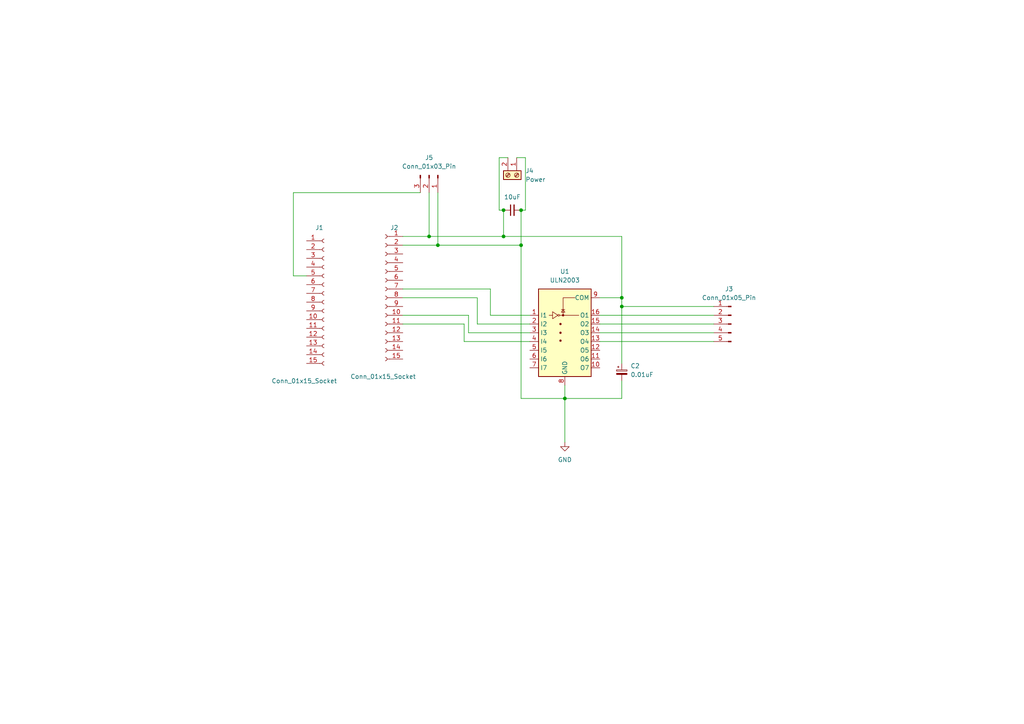
<source format=kicad_sch>
(kicad_sch (version 20230121) (generator eeschema)

  (uuid d1640ddd-65f7-4a8e-ac5c-51b8c0513239)

  (paper "A4")

  (lib_symbols
    (symbol "Connector:Conn_01x03_Pin" (pin_names (offset 1.016) hide) (in_bom yes) (on_board yes)
      (property "Reference" "J" (at 0 5.08 0)
        (effects (font (size 1.27 1.27)))
      )
      (property "Value" "Conn_01x03_Pin" (at 0 -5.08 0)
        (effects (font (size 1.27 1.27)))
      )
      (property "Footprint" "" (at 0 0 0)
        (effects (font (size 1.27 1.27)) hide)
      )
      (property "Datasheet" "~" (at 0 0 0)
        (effects (font (size 1.27 1.27)) hide)
      )
      (property "ki_locked" "" (at 0 0 0)
        (effects (font (size 1.27 1.27)))
      )
      (property "ki_keywords" "connector" (at 0 0 0)
        (effects (font (size 1.27 1.27)) hide)
      )
      (property "ki_description" "Generic connector, single row, 01x03, script generated" (at 0 0 0)
        (effects (font (size 1.27 1.27)) hide)
      )
      (property "ki_fp_filters" "Connector*:*_1x??_*" (at 0 0 0)
        (effects (font (size 1.27 1.27)) hide)
      )
      (symbol "Conn_01x03_Pin_1_1"
        (polyline
          (pts
            (xy 1.27 -2.54)
            (xy 0.8636 -2.54)
          )
          (stroke (width 0.1524) (type default))
          (fill (type none))
        )
        (polyline
          (pts
            (xy 1.27 0)
            (xy 0.8636 0)
          )
          (stroke (width 0.1524) (type default))
          (fill (type none))
        )
        (polyline
          (pts
            (xy 1.27 2.54)
            (xy 0.8636 2.54)
          )
          (stroke (width 0.1524) (type default))
          (fill (type none))
        )
        (rectangle (start 0.8636 -2.413) (end 0 -2.667)
          (stroke (width 0.1524) (type default))
          (fill (type outline))
        )
        (rectangle (start 0.8636 0.127) (end 0 -0.127)
          (stroke (width 0.1524) (type default))
          (fill (type outline))
        )
        (rectangle (start 0.8636 2.667) (end 0 2.413)
          (stroke (width 0.1524) (type default))
          (fill (type outline))
        )
        (pin passive line (at 5.08 2.54 180) (length 3.81)
          (name "Pin_1" (effects (font (size 1.27 1.27))))
          (number "1" (effects (font (size 1.27 1.27))))
        )
        (pin passive line (at 5.08 0 180) (length 3.81)
          (name "Pin_2" (effects (font (size 1.27 1.27))))
          (number "2" (effects (font (size 1.27 1.27))))
        )
        (pin passive line (at 5.08 -2.54 180) (length 3.81)
          (name "Pin_3" (effects (font (size 1.27 1.27))))
          (number "3" (effects (font (size 1.27 1.27))))
        )
      )
    )
    (symbol "Connector:Conn_01x05_Pin" (pin_names (offset 1.016) hide) (in_bom yes) (on_board yes)
      (property "Reference" "J" (at 0 7.62 0)
        (effects (font (size 1.27 1.27)))
      )
      (property "Value" "Conn_01x05_Pin" (at 0 -7.62 0)
        (effects (font (size 1.27 1.27)))
      )
      (property "Footprint" "" (at 0 0 0)
        (effects (font (size 1.27 1.27)) hide)
      )
      (property "Datasheet" "~" (at 0 0 0)
        (effects (font (size 1.27 1.27)) hide)
      )
      (property "ki_locked" "" (at 0 0 0)
        (effects (font (size 1.27 1.27)))
      )
      (property "ki_keywords" "connector" (at 0 0 0)
        (effects (font (size 1.27 1.27)) hide)
      )
      (property "ki_description" "Generic connector, single row, 01x05, script generated" (at 0 0 0)
        (effects (font (size 1.27 1.27)) hide)
      )
      (property "ki_fp_filters" "Connector*:*_1x??_*" (at 0 0 0)
        (effects (font (size 1.27 1.27)) hide)
      )
      (symbol "Conn_01x05_Pin_1_1"
        (polyline
          (pts
            (xy 1.27 -5.08)
            (xy 0.8636 -5.08)
          )
          (stroke (width 0.1524) (type default))
          (fill (type none))
        )
        (polyline
          (pts
            (xy 1.27 -2.54)
            (xy 0.8636 -2.54)
          )
          (stroke (width 0.1524) (type default))
          (fill (type none))
        )
        (polyline
          (pts
            (xy 1.27 0)
            (xy 0.8636 0)
          )
          (stroke (width 0.1524) (type default))
          (fill (type none))
        )
        (polyline
          (pts
            (xy 1.27 2.54)
            (xy 0.8636 2.54)
          )
          (stroke (width 0.1524) (type default))
          (fill (type none))
        )
        (polyline
          (pts
            (xy 1.27 5.08)
            (xy 0.8636 5.08)
          )
          (stroke (width 0.1524) (type default))
          (fill (type none))
        )
        (rectangle (start 0.8636 -4.953) (end 0 -5.207)
          (stroke (width 0.1524) (type default))
          (fill (type outline))
        )
        (rectangle (start 0.8636 -2.413) (end 0 -2.667)
          (stroke (width 0.1524) (type default))
          (fill (type outline))
        )
        (rectangle (start 0.8636 0.127) (end 0 -0.127)
          (stroke (width 0.1524) (type default))
          (fill (type outline))
        )
        (rectangle (start 0.8636 2.667) (end 0 2.413)
          (stroke (width 0.1524) (type default))
          (fill (type outline))
        )
        (rectangle (start 0.8636 5.207) (end 0 4.953)
          (stroke (width 0.1524) (type default))
          (fill (type outline))
        )
        (pin passive line (at 5.08 5.08 180) (length 3.81)
          (name "Pin_1" (effects (font (size 1.27 1.27))))
          (number "1" (effects (font (size 1.27 1.27))))
        )
        (pin passive line (at 5.08 2.54 180) (length 3.81)
          (name "Pin_2" (effects (font (size 1.27 1.27))))
          (number "2" (effects (font (size 1.27 1.27))))
        )
        (pin passive line (at 5.08 0 180) (length 3.81)
          (name "Pin_3" (effects (font (size 1.27 1.27))))
          (number "3" (effects (font (size 1.27 1.27))))
        )
        (pin passive line (at 5.08 -2.54 180) (length 3.81)
          (name "Pin_4" (effects (font (size 1.27 1.27))))
          (number "4" (effects (font (size 1.27 1.27))))
        )
        (pin passive line (at 5.08 -5.08 180) (length 3.81)
          (name "Pin_5" (effects (font (size 1.27 1.27))))
          (number "5" (effects (font (size 1.27 1.27))))
        )
      )
    )
    (symbol "Connector:Conn_01x15_Socket" (pin_names (offset 1.016) hide) (in_bom yes) (on_board yes)
      (property "Reference" "J" (at 0 20.32 0)
        (effects (font (size 1.27 1.27)))
      )
      (property "Value" "Conn_01x15_Socket" (at 0 -20.32 0)
        (effects (font (size 1.27 1.27)))
      )
      (property "Footprint" "" (at 0 0 0)
        (effects (font (size 1.27 1.27)) hide)
      )
      (property "Datasheet" "~" (at 0 0 0)
        (effects (font (size 1.27 1.27)) hide)
      )
      (property "ki_locked" "" (at 0 0 0)
        (effects (font (size 1.27 1.27)))
      )
      (property "ki_keywords" "connector" (at 0 0 0)
        (effects (font (size 1.27 1.27)) hide)
      )
      (property "ki_description" "Generic connector, single row, 01x15, script generated" (at 0 0 0)
        (effects (font (size 1.27 1.27)) hide)
      )
      (property "ki_fp_filters" "Connector*:*_1x??_*" (at 0 0 0)
        (effects (font (size 1.27 1.27)) hide)
      )
      (symbol "Conn_01x15_Socket_1_1"
        (arc (start 0 -17.272) (mid -0.5058 -17.78) (end 0 -18.288)
          (stroke (width 0.1524) (type default))
          (fill (type none))
        )
        (arc (start 0 -14.732) (mid -0.5058 -15.24) (end 0 -15.748)
          (stroke (width 0.1524) (type default))
          (fill (type none))
        )
        (arc (start 0 -12.192) (mid -0.5058 -12.7) (end 0 -13.208)
          (stroke (width 0.1524) (type default))
          (fill (type none))
        )
        (arc (start 0 -9.652) (mid -0.5058 -10.16) (end 0 -10.668)
          (stroke (width 0.1524) (type default))
          (fill (type none))
        )
        (arc (start 0 -7.112) (mid -0.5058 -7.62) (end 0 -8.128)
          (stroke (width 0.1524) (type default))
          (fill (type none))
        )
        (arc (start 0 -4.572) (mid -0.5058 -5.08) (end 0 -5.588)
          (stroke (width 0.1524) (type default))
          (fill (type none))
        )
        (arc (start 0 -2.032) (mid -0.5058 -2.54) (end 0 -3.048)
          (stroke (width 0.1524) (type default))
          (fill (type none))
        )
        (polyline
          (pts
            (xy -1.27 -17.78)
            (xy -0.508 -17.78)
          )
          (stroke (width 0.1524) (type default))
          (fill (type none))
        )
        (polyline
          (pts
            (xy -1.27 -15.24)
            (xy -0.508 -15.24)
          )
          (stroke (width 0.1524) (type default))
          (fill (type none))
        )
        (polyline
          (pts
            (xy -1.27 -12.7)
            (xy -0.508 -12.7)
          )
          (stroke (width 0.1524) (type default))
          (fill (type none))
        )
        (polyline
          (pts
            (xy -1.27 -10.16)
            (xy -0.508 -10.16)
          )
          (stroke (width 0.1524) (type default))
          (fill (type none))
        )
        (polyline
          (pts
            (xy -1.27 -7.62)
            (xy -0.508 -7.62)
          )
          (stroke (width 0.1524) (type default))
          (fill (type none))
        )
        (polyline
          (pts
            (xy -1.27 -5.08)
            (xy -0.508 -5.08)
          )
          (stroke (width 0.1524) (type default))
          (fill (type none))
        )
        (polyline
          (pts
            (xy -1.27 -2.54)
            (xy -0.508 -2.54)
          )
          (stroke (width 0.1524) (type default))
          (fill (type none))
        )
        (polyline
          (pts
            (xy -1.27 0)
            (xy -0.508 0)
          )
          (stroke (width 0.1524) (type default))
          (fill (type none))
        )
        (polyline
          (pts
            (xy -1.27 2.54)
            (xy -0.508 2.54)
          )
          (stroke (width 0.1524) (type default))
          (fill (type none))
        )
        (polyline
          (pts
            (xy -1.27 5.08)
            (xy -0.508 5.08)
          )
          (stroke (width 0.1524) (type default))
          (fill (type none))
        )
        (polyline
          (pts
            (xy -1.27 7.62)
            (xy -0.508 7.62)
          )
          (stroke (width 0.1524) (type default))
          (fill (type none))
        )
        (polyline
          (pts
            (xy -1.27 10.16)
            (xy -0.508 10.16)
          )
          (stroke (width 0.1524) (type default))
          (fill (type none))
        )
        (polyline
          (pts
            (xy -1.27 12.7)
            (xy -0.508 12.7)
          )
          (stroke (width 0.1524) (type default))
          (fill (type none))
        )
        (polyline
          (pts
            (xy -1.27 15.24)
            (xy -0.508 15.24)
          )
          (stroke (width 0.1524) (type default))
          (fill (type none))
        )
        (polyline
          (pts
            (xy -1.27 17.78)
            (xy -0.508 17.78)
          )
          (stroke (width 0.1524) (type default))
          (fill (type none))
        )
        (arc (start 0 0.508) (mid -0.5058 0) (end 0 -0.508)
          (stroke (width 0.1524) (type default))
          (fill (type none))
        )
        (arc (start 0 3.048) (mid -0.5058 2.54) (end 0 2.032)
          (stroke (width 0.1524) (type default))
          (fill (type none))
        )
        (arc (start 0 5.588) (mid -0.5058 5.08) (end 0 4.572)
          (stroke (width 0.1524) (type default))
          (fill (type none))
        )
        (arc (start 0 8.128) (mid -0.5058 7.62) (end 0 7.112)
          (stroke (width 0.1524) (type default))
          (fill (type none))
        )
        (arc (start 0 10.668) (mid -0.5058 10.16) (end 0 9.652)
          (stroke (width 0.1524) (type default))
          (fill (type none))
        )
        (arc (start 0 13.208) (mid -0.5058 12.7) (end 0 12.192)
          (stroke (width 0.1524) (type default))
          (fill (type none))
        )
        (arc (start 0 15.748) (mid -0.5058 15.24) (end 0 14.732)
          (stroke (width 0.1524) (type default))
          (fill (type none))
        )
        (arc (start 0 18.288) (mid -0.5058 17.78) (end 0 17.272)
          (stroke (width 0.1524) (type default))
          (fill (type none))
        )
        (pin passive line (at -5.08 17.78 0) (length 3.81)
          (name "Pin_1" (effects (font (size 1.27 1.27))))
          (number "1" (effects (font (size 1.27 1.27))))
        )
        (pin passive line (at -5.08 -5.08 0) (length 3.81)
          (name "Pin_10" (effects (font (size 1.27 1.27))))
          (number "10" (effects (font (size 1.27 1.27))))
        )
        (pin passive line (at -5.08 -7.62 0) (length 3.81)
          (name "Pin_11" (effects (font (size 1.27 1.27))))
          (number "11" (effects (font (size 1.27 1.27))))
        )
        (pin passive line (at -5.08 -10.16 0) (length 3.81)
          (name "Pin_12" (effects (font (size 1.27 1.27))))
          (number "12" (effects (font (size 1.27 1.27))))
        )
        (pin passive line (at -5.08 -12.7 0) (length 3.81)
          (name "Pin_13" (effects (font (size 1.27 1.27))))
          (number "13" (effects (font (size 1.27 1.27))))
        )
        (pin passive line (at -5.08 -15.24 0) (length 3.81)
          (name "Pin_14" (effects (font (size 1.27 1.27))))
          (number "14" (effects (font (size 1.27 1.27))))
        )
        (pin passive line (at -5.08 -17.78 0) (length 3.81)
          (name "Pin_15" (effects (font (size 1.27 1.27))))
          (number "15" (effects (font (size 1.27 1.27))))
        )
        (pin passive line (at -5.08 15.24 0) (length 3.81)
          (name "Pin_2" (effects (font (size 1.27 1.27))))
          (number "2" (effects (font (size 1.27 1.27))))
        )
        (pin passive line (at -5.08 12.7 0) (length 3.81)
          (name "Pin_3" (effects (font (size 1.27 1.27))))
          (number "3" (effects (font (size 1.27 1.27))))
        )
        (pin passive line (at -5.08 10.16 0) (length 3.81)
          (name "Pin_4" (effects (font (size 1.27 1.27))))
          (number "4" (effects (font (size 1.27 1.27))))
        )
        (pin passive line (at -5.08 7.62 0) (length 3.81)
          (name "Pin_5" (effects (font (size 1.27 1.27))))
          (number "5" (effects (font (size 1.27 1.27))))
        )
        (pin passive line (at -5.08 5.08 0) (length 3.81)
          (name "Pin_6" (effects (font (size 1.27 1.27))))
          (number "6" (effects (font (size 1.27 1.27))))
        )
        (pin passive line (at -5.08 2.54 0) (length 3.81)
          (name "Pin_7" (effects (font (size 1.27 1.27))))
          (number "7" (effects (font (size 1.27 1.27))))
        )
        (pin passive line (at -5.08 0 0) (length 3.81)
          (name "Pin_8" (effects (font (size 1.27 1.27))))
          (number "8" (effects (font (size 1.27 1.27))))
        )
        (pin passive line (at -5.08 -2.54 0) (length 3.81)
          (name "Pin_9" (effects (font (size 1.27 1.27))))
          (number "9" (effects (font (size 1.27 1.27))))
        )
      )
    )
    (symbol "Connector:Screw_Terminal_01x02" (pin_names (offset 1.016) hide) (in_bom yes) (on_board yes)
      (property "Reference" "J" (at 0 2.54 0)
        (effects (font (size 1.27 1.27)))
      )
      (property "Value" "Screw_Terminal_01x02" (at 0 -5.08 0)
        (effects (font (size 1.27 1.27)))
      )
      (property "Footprint" "" (at 0 0 0)
        (effects (font (size 1.27 1.27)) hide)
      )
      (property "Datasheet" "~" (at 0 0 0)
        (effects (font (size 1.27 1.27)) hide)
      )
      (property "ki_keywords" "screw terminal" (at 0 0 0)
        (effects (font (size 1.27 1.27)) hide)
      )
      (property "ki_description" "Generic screw terminal, single row, 01x02, script generated (kicad-library-utils/schlib/autogen/connector/)" (at 0 0 0)
        (effects (font (size 1.27 1.27)) hide)
      )
      (property "ki_fp_filters" "TerminalBlock*:*" (at 0 0 0)
        (effects (font (size 1.27 1.27)) hide)
      )
      (symbol "Screw_Terminal_01x02_1_1"
        (rectangle (start -1.27 1.27) (end 1.27 -3.81)
          (stroke (width 0.254) (type default))
          (fill (type background))
        )
        (circle (center 0 -2.54) (radius 0.635)
          (stroke (width 0.1524) (type default))
          (fill (type none))
        )
        (polyline
          (pts
            (xy -0.5334 -2.2098)
            (xy 0.3302 -3.048)
          )
          (stroke (width 0.1524) (type default))
          (fill (type none))
        )
        (polyline
          (pts
            (xy -0.5334 0.3302)
            (xy 0.3302 -0.508)
          )
          (stroke (width 0.1524) (type default))
          (fill (type none))
        )
        (polyline
          (pts
            (xy -0.3556 -2.032)
            (xy 0.508 -2.8702)
          )
          (stroke (width 0.1524) (type default))
          (fill (type none))
        )
        (polyline
          (pts
            (xy -0.3556 0.508)
            (xy 0.508 -0.3302)
          )
          (stroke (width 0.1524) (type default))
          (fill (type none))
        )
        (circle (center 0 0) (radius 0.635)
          (stroke (width 0.1524) (type default))
          (fill (type none))
        )
        (pin passive line (at -5.08 0 0) (length 3.81)
          (name "Pin_1" (effects (font (size 1.27 1.27))))
          (number "1" (effects (font (size 1.27 1.27))))
        )
        (pin passive line (at -5.08 -2.54 0) (length 3.81)
          (name "Pin_2" (effects (font (size 1.27 1.27))))
          (number "2" (effects (font (size 1.27 1.27))))
        )
      )
    )
    (symbol "Device:C_Polarized_Small" (pin_numbers hide) (pin_names (offset 0.254) hide) (in_bom yes) (on_board yes)
      (property "Reference" "C" (at 0.254 1.778 0)
        (effects (font (size 1.27 1.27)) (justify left))
      )
      (property "Value" "C_Polarized_Small" (at 0.254 -2.032 0)
        (effects (font (size 1.27 1.27)) (justify left))
      )
      (property "Footprint" "" (at 0 0 0)
        (effects (font (size 1.27 1.27)) hide)
      )
      (property "Datasheet" "~" (at 0 0 0)
        (effects (font (size 1.27 1.27)) hide)
      )
      (property "ki_keywords" "cap capacitor" (at 0 0 0)
        (effects (font (size 1.27 1.27)) hide)
      )
      (property "ki_description" "Polarized capacitor, small symbol" (at 0 0 0)
        (effects (font (size 1.27 1.27)) hide)
      )
      (property "ki_fp_filters" "CP_*" (at 0 0 0)
        (effects (font (size 1.27 1.27)) hide)
      )
      (symbol "C_Polarized_Small_0_1"
        (rectangle (start -1.524 -0.3048) (end 1.524 -0.6858)
          (stroke (width 0) (type default))
          (fill (type outline))
        )
        (rectangle (start -1.524 0.6858) (end 1.524 0.3048)
          (stroke (width 0) (type default))
          (fill (type none))
        )
        (polyline
          (pts
            (xy -1.27 1.524)
            (xy -0.762 1.524)
          )
          (stroke (width 0) (type default))
          (fill (type none))
        )
        (polyline
          (pts
            (xy -1.016 1.27)
            (xy -1.016 1.778)
          )
          (stroke (width 0) (type default))
          (fill (type none))
        )
      )
      (symbol "C_Polarized_Small_1_1"
        (pin passive line (at 0 2.54 270) (length 1.8542)
          (name "~" (effects (font (size 1.27 1.27))))
          (number "1" (effects (font (size 1.27 1.27))))
        )
        (pin passive line (at 0 -2.54 90) (length 1.8542)
          (name "~" (effects (font (size 1.27 1.27))))
          (number "2" (effects (font (size 1.27 1.27))))
        )
      )
    )
    (symbol "Device:C_Small" (pin_numbers hide) (pin_names (offset 0.254) hide) (in_bom yes) (on_board yes)
      (property "Reference" "C" (at 0.254 1.778 0)
        (effects (font (size 1.27 1.27)) (justify left))
      )
      (property "Value" "C_Small" (at 0.254 -2.032 0)
        (effects (font (size 1.27 1.27)) (justify left))
      )
      (property "Footprint" "" (at 0 0 0)
        (effects (font (size 1.27 1.27)) hide)
      )
      (property "Datasheet" "~" (at 0 0 0)
        (effects (font (size 1.27 1.27)) hide)
      )
      (property "ki_keywords" "capacitor cap" (at 0 0 0)
        (effects (font (size 1.27 1.27)) hide)
      )
      (property "ki_description" "Unpolarized capacitor, small symbol" (at 0 0 0)
        (effects (font (size 1.27 1.27)) hide)
      )
      (property "ki_fp_filters" "C_*" (at 0 0 0)
        (effects (font (size 1.27 1.27)) hide)
      )
      (symbol "C_Small_0_1"
        (polyline
          (pts
            (xy -1.524 -0.508)
            (xy 1.524 -0.508)
          )
          (stroke (width 0.3302) (type default))
          (fill (type none))
        )
        (polyline
          (pts
            (xy -1.524 0.508)
            (xy 1.524 0.508)
          )
          (stroke (width 0.3048) (type default))
          (fill (type none))
        )
      )
      (symbol "C_Small_1_1"
        (pin passive line (at 0 2.54 270) (length 2.032)
          (name "~" (effects (font (size 1.27 1.27))))
          (number "1" (effects (font (size 1.27 1.27))))
        )
        (pin passive line (at 0 -2.54 90) (length 2.032)
          (name "~" (effects (font (size 1.27 1.27))))
          (number "2" (effects (font (size 1.27 1.27))))
        )
      )
    )
    (symbol "Transistor_Array:ULN2003" (in_bom yes) (on_board yes)
      (property "Reference" "U" (at 0 15.875 0)
        (effects (font (size 1.27 1.27)))
      )
      (property "Value" "ULN2003" (at 0 13.97 0)
        (effects (font (size 1.27 1.27)))
      )
      (property "Footprint" "" (at 1.27 -13.97 0)
        (effects (font (size 1.27 1.27)) (justify left) hide)
      )
      (property "Datasheet" "http://www.ti.com/lit/ds/symlink/uln2003a.pdf" (at 2.54 -5.08 0)
        (effects (font (size 1.27 1.27)) hide)
      )
      (property "ki_keywords" "darlington transistor array" (at 0 0 0)
        (effects (font (size 1.27 1.27)) hide)
      )
      (property "ki_description" "High Voltage, High Current Darlington Transistor Arrays, SOIC16/SOIC16W/DIP16/TSSOP16" (at 0 0 0)
        (effects (font (size 1.27 1.27)) hide)
      )
      (property "ki_fp_filters" "DIP*W7.62mm* SOIC*3.9x9.9mm*P1.27mm* SSOP*4.4x5.2mm*P0.65mm* TSSOP*4.4x5mm*P0.65mm* SOIC*W*5.3x10.2mm*P1.27mm*" (at 0 0 0)
        (effects (font (size 1.27 1.27)) hide)
      )
      (symbol "ULN2003_0_1"
        (rectangle (start -7.62 -12.7) (end 7.62 12.7)
          (stroke (width 0.254) (type default))
          (fill (type background))
        )
        (circle (center -1.778 5.08) (radius 0.254)
          (stroke (width 0) (type default))
          (fill (type none))
        )
        (circle (center -1.27 -2.286) (radius 0.254)
          (stroke (width 0) (type default))
          (fill (type outline))
        )
        (circle (center -1.27 0) (radius 0.254)
          (stroke (width 0) (type default))
          (fill (type outline))
        )
        (circle (center -1.27 2.54) (radius 0.254)
          (stroke (width 0) (type default))
          (fill (type outline))
        )
        (circle (center -0.508 5.08) (radius 0.254)
          (stroke (width 0) (type default))
          (fill (type outline))
        )
        (polyline
          (pts
            (xy -4.572 5.08)
            (xy -3.556 5.08)
          )
          (stroke (width 0) (type default))
          (fill (type none))
        )
        (polyline
          (pts
            (xy -1.524 5.08)
            (xy 4.064 5.08)
          )
          (stroke (width 0) (type default))
          (fill (type none))
        )
        (polyline
          (pts
            (xy 0 6.731)
            (xy -1.016 6.731)
          )
          (stroke (width 0) (type default))
          (fill (type none))
        )
        (polyline
          (pts
            (xy -0.508 5.08)
            (xy -0.508 10.16)
            (xy 2.921 10.16)
          )
          (stroke (width 0) (type default))
          (fill (type none))
        )
        (polyline
          (pts
            (xy -3.556 6.096)
            (xy -3.556 4.064)
            (xy -2.032 5.08)
            (xy -3.556 6.096)
          )
          (stroke (width 0) (type default))
          (fill (type none))
        )
        (polyline
          (pts
            (xy 0 5.969)
            (xy -1.016 5.969)
            (xy -0.508 6.731)
            (xy 0 5.969)
          )
          (stroke (width 0) (type default))
          (fill (type none))
        )
      )
      (symbol "ULN2003_1_1"
        (pin input line (at -10.16 5.08 0) (length 2.54)
          (name "I1" (effects (font (size 1.27 1.27))))
          (number "1" (effects (font (size 1.27 1.27))))
        )
        (pin open_collector line (at 10.16 -10.16 180) (length 2.54)
          (name "O7" (effects (font (size 1.27 1.27))))
          (number "10" (effects (font (size 1.27 1.27))))
        )
        (pin open_collector line (at 10.16 -7.62 180) (length 2.54)
          (name "O6" (effects (font (size 1.27 1.27))))
          (number "11" (effects (font (size 1.27 1.27))))
        )
        (pin open_collector line (at 10.16 -5.08 180) (length 2.54)
          (name "O5" (effects (font (size 1.27 1.27))))
          (number "12" (effects (font (size 1.27 1.27))))
        )
        (pin open_collector line (at 10.16 -2.54 180) (length 2.54)
          (name "O4" (effects (font (size 1.27 1.27))))
          (number "13" (effects (font (size 1.27 1.27))))
        )
        (pin open_collector line (at 10.16 0 180) (length 2.54)
          (name "O3" (effects (font (size 1.27 1.27))))
          (number "14" (effects (font (size 1.27 1.27))))
        )
        (pin open_collector line (at 10.16 2.54 180) (length 2.54)
          (name "O2" (effects (font (size 1.27 1.27))))
          (number "15" (effects (font (size 1.27 1.27))))
        )
        (pin open_collector line (at 10.16 5.08 180) (length 2.54)
          (name "O1" (effects (font (size 1.27 1.27))))
          (number "16" (effects (font (size 1.27 1.27))))
        )
        (pin input line (at -10.16 2.54 0) (length 2.54)
          (name "I2" (effects (font (size 1.27 1.27))))
          (number "2" (effects (font (size 1.27 1.27))))
        )
        (pin input line (at -10.16 0 0) (length 2.54)
          (name "I3" (effects (font (size 1.27 1.27))))
          (number "3" (effects (font (size 1.27 1.27))))
        )
        (pin input line (at -10.16 -2.54 0) (length 2.54)
          (name "I4" (effects (font (size 1.27 1.27))))
          (number "4" (effects (font (size 1.27 1.27))))
        )
        (pin input line (at -10.16 -5.08 0) (length 2.54)
          (name "I5" (effects (font (size 1.27 1.27))))
          (number "5" (effects (font (size 1.27 1.27))))
        )
        (pin input line (at -10.16 -7.62 0) (length 2.54)
          (name "I6" (effects (font (size 1.27 1.27))))
          (number "6" (effects (font (size 1.27 1.27))))
        )
        (pin input line (at -10.16 -10.16 0) (length 2.54)
          (name "I7" (effects (font (size 1.27 1.27))))
          (number "7" (effects (font (size 1.27 1.27))))
        )
        (pin power_in line (at 0 -15.24 90) (length 2.54)
          (name "GND" (effects (font (size 1.27 1.27))))
          (number "8" (effects (font (size 1.27 1.27))))
        )
        (pin passive line (at 10.16 10.16 180) (length 2.54)
          (name "COM" (effects (font (size 1.27 1.27))))
          (number "9" (effects (font (size 1.27 1.27))))
        )
      )
    )
    (symbol "power:GND" (power) (pin_names (offset 0)) (in_bom yes) (on_board yes)
      (property "Reference" "#PWR" (at 0 -6.35 0)
        (effects (font (size 1.27 1.27)) hide)
      )
      (property "Value" "GND" (at 0 -3.81 0)
        (effects (font (size 1.27 1.27)))
      )
      (property "Footprint" "" (at 0 0 0)
        (effects (font (size 1.27 1.27)) hide)
      )
      (property "Datasheet" "" (at 0 0 0)
        (effects (font (size 1.27 1.27)) hide)
      )
      (property "ki_keywords" "global power" (at 0 0 0)
        (effects (font (size 1.27 1.27)) hide)
      )
      (property "ki_description" "Power symbol creates a global label with name \"GND\" , ground" (at 0 0 0)
        (effects (font (size 1.27 1.27)) hide)
      )
      (symbol "GND_0_1"
        (polyline
          (pts
            (xy 0 0)
            (xy 0 -1.27)
            (xy 1.27 -1.27)
            (xy 0 -2.54)
            (xy -1.27 -1.27)
            (xy 0 -1.27)
          )
          (stroke (width 0) (type default))
          (fill (type none))
        )
      )
      (symbol "GND_1_1"
        (pin power_in line (at 0 0 270) (length 0) hide
          (name "GND" (effects (font (size 1.27 1.27))))
          (number "1" (effects (font (size 1.27 1.27))))
        )
      )
    )
  )

  (junction (at 151.13 60.96) (diameter 0) (color 0 0 0 0)
    (uuid 1fed755b-2f08-4e03-9f78-ec94cb561abe)
  )
  (junction (at 151.13 71.12) (diameter 0) (color 0 0 0 0)
    (uuid 2ef65258-ea76-402e-8d65-75cc0f082235)
  )
  (junction (at 124.46 68.58) (diameter 0) (color 0 0 0 0)
    (uuid 8394f6a3-07ff-4fe1-88d8-6d153b1ee925)
  )
  (junction (at 146.05 60.96) (diameter 0) (color 0 0 0 0)
    (uuid 8cd23c5a-88dd-49c3-b97e-3ce420da6db2)
  )
  (junction (at 180.34 86.36) (diameter 0) (color 0 0 0 0)
    (uuid 9444696a-0d34-4245-95f4-c2e2ee8a818d)
  )
  (junction (at 163.83 115.57) (diameter 0) (color 0 0 0 0)
    (uuid 9563e415-dcca-4607-b32d-a69f5aa6b2b0)
  )
  (junction (at 146.05 68.58) (diameter 0) (color 0 0 0 0)
    (uuid a9d5d1ab-d3e8-423a-ac16-1be820f6d29f)
  )
  (junction (at 180.34 88.9) (diameter 0) (color 0 0 0 0)
    (uuid c18f2411-72ac-4432-98b6-b0eace9da51c)
  )
  (junction (at 127 71.12) (diameter 0) (color 0 0 0 0)
    (uuid f8b6464f-8638-4dbd-ae45-40b80f051c5b)
  )

  (wire (pts (xy 180.34 105.41) (xy 180.34 88.9))
    (stroke (width 0) (type default))
    (uuid 078011f4-6c43-4ca4-81e8-2a3ea71ee740)
  )
  (wire (pts (xy 116.84 93.98) (xy 134.62 93.98))
    (stroke (width 0) (type default))
    (uuid 08901582-ee27-4693-9b89-1ab7c971ef1d)
  )
  (wire (pts (xy 163.83 115.57) (xy 180.34 115.57))
    (stroke (width 0) (type default))
    (uuid 0f536ee2-4482-45b1-87a8-b07f6256447b)
  )
  (wire (pts (xy 180.34 68.58) (xy 180.34 86.36))
    (stroke (width 0) (type default))
    (uuid 15207010-bc79-4058-9337-8e68b2322e34)
  )
  (wire (pts (xy 151.13 60.96) (xy 151.13 71.12))
    (stroke (width 0) (type default))
    (uuid 180030ef-ef58-4279-b4f2-9b1546c3e860)
  )
  (wire (pts (xy 173.99 96.52) (xy 207.01 96.52))
    (stroke (width 0) (type default))
    (uuid 18da1638-dae5-44cb-99ea-a7c68e050417)
  )
  (wire (pts (xy 127 55.88) (xy 127 71.12))
    (stroke (width 0) (type default))
    (uuid 1a594292-f7bf-49bd-abf6-98a2010f9258)
  )
  (wire (pts (xy 180.34 86.36) (xy 173.99 86.36))
    (stroke (width 0) (type default))
    (uuid 1d106aa8-9a6b-4ae1-965a-98f3c58f6624)
  )
  (wire (pts (xy 116.84 68.58) (xy 124.46 68.58))
    (stroke (width 0) (type default))
    (uuid 23506211-b3c6-439c-909c-d0ccb2d48308)
  )
  (wire (pts (xy 134.62 99.06) (xy 153.67 99.06))
    (stroke (width 0) (type default))
    (uuid 2463c3da-311a-43ab-9370-7f8a753521df)
  )
  (wire (pts (xy 142.24 91.44) (xy 153.67 91.44))
    (stroke (width 0) (type default))
    (uuid 25a56e46-667f-4ca3-a5d9-cfa0eec50f22)
  )
  (wire (pts (xy 180.34 115.57) (xy 180.34 110.49))
    (stroke (width 0) (type default))
    (uuid 2c5d2e27-ceb1-41a4-96dc-633c560d5bf0)
  )
  (wire (pts (xy 116.84 91.44) (xy 135.89 91.44))
    (stroke (width 0) (type default))
    (uuid 318e81c3-9d1a-4ab9-847b-0df46db1cc00)
  )
  (wire (pts (xy 163.83 115.57) (xy 163.83 111.76))
    (stroke (width 0) (type default))
    (uuid 33f5a823-0021-4f82-a333-0f129c56be0f)
  )
  (wire (pts (xy 124.46 55.88) (xy 124.46 68.58))
    (stroke (width 0) (type default))
    (uuid 3bc8a225-860c-4d42-8975-b04808cf5611)
  )
  (wire (pts (xy 142.24 83.82) (xy 142.24 91.44))
    (stroke (width 0) (type default))
    (uuid 4073b0c3-63e7-4711-8043-43553e362e55)
  )
  (wire (pts (xy 146.05 68.58) (xy 180.34 68.58))
    (stroke (width 0) (type default))
    (uuid 51e5c47b-7b75-4356-80f4-26b92f850105)
  )
  (wire (pts (xy 85.09 80.01) (xy 88.9 80.01))
    (stroke (width 0) (type default))
    (uuid 63ed973b-df9d-4ce7-b80d-f2c5180f58c1)
  )
  (wire (pts (xy 146.05 60.96) (xy 146.05 68.58))
    (stroke (width 0) (type default))
    (uuid 68e65d02-f3e5-45a7-a2f6-d152ca9a3165)
  )
  (wire (pts (xy 151.13 115.57) (xy 163.83 115.57))
    (stroke (width 0) (type default))
    (uuid 6c3bc6f4-b583-4254-b14a-9f24f2b37a78)
  )
  (wire (pts (xy 152.4 60.96) (xy 151.13 60.96))
    (stroke (width 0) (type default))
    (uuid 717ed4f6-461e-459d-813f-3cc4cef8563d)
  )
  (wire (pts (xy 144.78 60.96) (xy 146.05 60.96))
    (stroke (width 0) (type default))
    (uuid 725baaaa-fd06-4544-b59f-a6581b741e47)
  )
  (wire (pts (xy 152.4 60.96) (xy 152.4 45.72))
    (stroke (width 0) (type default))
    (uuid 83f487ec-5f0a-4974-9cd9-8f682f97d1e9)
  )
  (wire (pts (xy 135.89 91.44) (xy 135.89 96.52))
    (stroke (width 0) (type default))
    (uuid 9213b3bd-f21f-480a-88ca-1e941766b6cd)
  )
  (wire (pts (xy 124.46 68.58) (xy 146.05 68.58))
    (stroke (width 0) (type default))
    (uuid 9d6d641a-15c5-4052-ba25-dcbe58539a67)
  )
  (wire (pts (xy 144.78 45.72) (xy 144.78 60.96))
    (stroke (width 0) (type default))
    (uuid a3a01e4a-3208-4de7-adb4-7526b8cee110)
  )
  (wire (pts (xy 173.99 93.98) (xy 207.01 93.98))
    (stroke (width 0) (type default))
    (uuid a4271168-edac-4256-a560-e98b8dffa593)
  )
  (wire (pts (xy 138.43 86.36) (xy 138.43 93.98))
    (stroke (width 0) (type default))
    (uuid a6d67f54-4199-4849-ab8e-6ac89c70ba7f)
  )
  (wire (pts (xy 116.84 86.36) (xy 138.43 86.36))
    (stroke (width 0) (type default))
    (uuid a8c54be6-a005-4de5-a078-de842a77ebe5)
  )
  (wire (pts (xy 135.89 96.52) (xy 153.67 96.52))
    (stroke (width 0) (type default))
    (uuid ad0239d8-d73b-470d-bfe1-d5a3a9fdc1e8)
  )
  (wire (pts (xy 152.4 45.72) (xy 149.86 45.72))
    (stroke (width 0) (type default))
    (uuid b488d061-c26c-4bad-a6b6-af49994e2627)
  )
  (wire (pts (xy 173.99 91.44) (xy 207.01 91.44))
    (stroke (width 0) (type default))
    (uuid b53b895b-f4d1-4ce8-ad11-e993bc28b609)
  )
  (wire (pts (xy 85.09 55.88) (xy 85.09 80.01))
    (stroke (width 0) (type default))
    (uuid b6da65bb-6325-49d8-b494-d7d28babda53)
  )
  (wire (pts (xy 116.84 71.12) (xy 127 71.12))
    (stroke (width 0) (type default))
    (uuid cf20c01b-2fd8-4d6b-be9f-20791c1d2d42)
  )
  (wire (pts (xy 151.13 71.12) (xy 151.13 115.57))
    (stroke (width 0) (type default))
    (uuid cfaa952f-f146-48bd-83f8-ec8861fcd943)
  )
  (wire (pts (xy 147.32 45.72) (xy 144.78 45.72))
    (stroke (width 0) (type default))
    (uuid d69eff19-cb64-4f84-ae32-772ae09603ee)
  )
  (wire (pts (xy 127 71.12) (xy 151.13 71.12))
    (stroke (width 0) (type default))
    (uuid d76a2f1a-1664-4abd-beec-efbd47895f66)
  )
  (wire (pts (xy 207.01 88.9) (xy 180.34 88.9))
    (stroke (width 0) (type default))
    (uuid d854c366-6caa-4a9b-9f82-777f4252423a)
  )
  (wire (pts (xy 163.83 128.27) (xy 163.83 115.57))
    (stroke (width 0) (type default))
    (uuid db3c110b-6633-4dac-a13c-e2fd090a9f3b)
  )
  (wire (pts (xy 173.99 99.06) (xy 207.01 99.06))
    (stroke (width 0) (type default))
    (uuid dc4ba586-4747-4244-ae5c-05d9c721164e)
  )
  (wire (pts (xy 116.84 83.82) (xy 142.24 83.82))
    (stroke (width 0) (type default))
    (uuid e16afec9-5ec0-4e4d-bbaa-07f1e5f1d1ea)
  )
  (wire (pts (xy 180.34 88.9) (xy 180.34 86.36))
    (stroke (width 0) (type default))
    (uuid f18a6acb-1c25-4dc8-920e-01bcc9520937)
  )
  (wire (pts (xy 121.92 55.88) (xy 85.09 55.88))
    (stroke (width 0) (type default))
    (uuid f5264f46-a2a0-4bf8-a3ab-b10dfe56152c)
  )
  (wire (pts (xy 138.43 93.98) (xy 153.67 93.98))
    (stroke (width 0) (type default))
    (uuid f8c55da1-e868-4b59-a7b1-6213941bab93)
  )
  (wire (pts (xy 134.62 93.98) (xy 134.62 99.06))
    (stroke (width 0) (type default))
    (uuid ffb67fb1-2431-461c-b84d-b2566ccbb6c3)
  )

  (symbol (lib_id "Connector:Conn_01x15_Socket") (at 93.98 87.63 0) (unit 1)
    (in_bom yes) (on_board yes) (dnp no)
    (uuid 0941eb43-9891-41ad-b8aa-399b8226d6e2)
    (property "Reference" "J1" (at 91.44 66.04 0)
      (effects (font (size 1.27 1.27)) (justify left))
    )
    (property "Value" "Conn_01x15_Socket" (at 78.74 110.49 0)
      (effects (font (size 1.27 1.27)) (justify left))
    )
    (property "Footprint" "Connector_PinSocket_2.54mm:PinSocket_1x15_P2.54mm_Vertical" (at 93.98 87.63 0)
      (effects (font (size 1.27 1.27)) hide)
    )
    (property "Datasheet" "~" (at 93.98 87.63 0)
      (effects (font (size 1.27 1.27)) hide)
    )
    (pin "1" (uuid 7082a3dd-387c-4745-9437-3d3fd46eae10))
    (pin "10" (uuid 5fa13078-84ad-45ad-afe5-15a66e6895e1))
    (pin "11" (uuid 6df87b6d-cf29-43b2-a6fb-bc4cc249b9b0))
    (pin "12" (uuid e00e65e1-7fa8-4293-af64-712adee58ed7))
    (pin "13" (uuid f0221822-2001-4c9d-9cc1-b1c53425b334))
    (pin "14" (uuid 85f2259f-9b4f-4b0c-9ce8-47010153c306))
    (pin "15" (uuid eb0e4582-53ca-4c8a-8fda-e7a56a695432))
    (pin "2" (uuid 00531824-4708-4fa2-9aee-f206a5693eb7))
    (pin "3" (uuid a9d10825-1184-4877-9e52-2aac318b4eae))
    (pin "4" (uuid c8e69079-8bce-410b-8846-ec44bf762217))
    (pin "5" (uuid cca9392c-8bec-4c48-8271-3a28953b725a))
    (pin "6" (uuid b1632acf-0b85-441c-8830-3bc2b0fed6ad))
    (pin "7" (uuid a9c86742-f193-4d0f-bb80-d880efe3e24f))
    (pin "8" (uuid fa49c324-40aa-4b75-a623-3f0cf1e38328))
    (pin "9" (uuid 2d9e6c95-158d-4143-b136-20fc0d24c2bf))
    (instances
      (project "Pointer"
        (path "/d1640ddd-65f7-4a8e-ac5c-51b8c0513239"
          (reference "J1") (unit 1)
        )
      )
    )
  )

  (symbol (lib_id "Connector:Screw_Terminal_01x02") (at 149.86 50.8 270) (unit 1)
    (in_bom yes) (on_board yes) (dnp no) (fields_autoplaced)
    (uuid 797af300-4b50-44d5-9013-f7b80688a845)
    (property "Reference" "J4" (at 152.4 49.53 90)
      (effects (font (size 1.27 1.27)) (justify left))
    )
    (property "Value" "Power" (at 152.4 52.07 90)
      (effects (font (size 1.27 1.27)) (justify left))
    )
    (property "Footprint" "TerminalBlock_Phoenix:TerminalBlock_Phoenix_MKDS-1,5-2-5.08_1x02_P5.08mm_Horizontal" (at 149.86 50.8 0)
      (effects (font (size 1.27 1.27)) hide)
    )
    (property "Datasheet" "~" (at 149.86 50.8 0)
      (effects (font (size 1.27 1.27)) hide)
    )
    (pin "1" (uuid fa4724f9-4a10-48f0-b2fe-3e451c5bed26))
    (pin "2" (uuid c7f0c28c-4fc7-4246-b74f-6901023f3c63))
    (instances
      (project "Pointer"
        (path "/d1640ddd-65f7-4a8e-ac5c-51b8c0513239"
          (reference "J4") (unit 1)
        )
      )
    )
  )

  (symbol (lib_id "Device:C_Polarized_Small") (at 180.34 107.95 0) (unit 1)
    (in_bom yes) (on_board yes) (dnp no) (fields_autoplaced)
    (uuid 93fc7deb-67e7-4e22-8800-7c57c3a94113)
    (property "Reference" "C2" (at 182.88 106.1339 0)
      (effects (font (size 1.27 1.27)) (justify left))
    )
    (property "Value" "0.01uF" (at 182.88 108.6739 0)
      (effects (font (size 1.27 1.27)) (justify left))
    )
    (property "Footprint" "Capacitor_THT:CP_Radial_D4.0mm_P1.50mm" (at 180.34 107.95 0)
      (effects (font (size 1.27 1.27)) hide)
    )
    (property "Datasheet" "~" (at 180.34 107.95 0)
      (effects (font (size 1.27 1.27)) hide)
    )
    (pin "1" (uuid 71ee7684-5b4c-40f7-969b-aeb230c838dc))
    (pin "2" (uuid cc24f989-9948-416b-8cb0-a434987c6d6b))
    (instances
      (project "Pointer"
        (path "/d1640ddd-65f7-4a8e-ac5c-51b8c0513239"
          (reference "C2") (unit 1)
        )
      )
    )
  )

  (symbol (lib_id "Connector:Conn_01x05_Pin") (at 212.09 93.98 0) (mirror y) (unit 1)
    (in_bom yes) (on_board yes) (dnp no)
    (uuid a21c7f1b-3de7-4747-b3da-313de1031d24)
    (property "Reference" "J3" (at 211.455 83.82 0)
      (effects (font (size 1.27 1.27)))
    )
    (property "Value" "Conn_01x05_Pin" (at 211.455 86.36 0)
      (effects (font (size 1.27 1.27)))
    )
    (property "Footprint" "Connector_JST:JST_XH_B5B-XH-A_1x05_P2.50mm_Vertical" (at 212.09 93.98 0)
      (effects (font (size 1.27 1.27)) hide)
    )
    (property "Datasheet" "~" (at 212.09 93.98 0)
      (effects (font (size 1.27 1.27)) hide)
    )
    (pin "1" (uuid 6c12eba0-fdf4-4e10-89ae-e2ae34f4d8b4))
    (pin "2" (uuid 042ccb2d-1e1e-46b2-ab2d-9db7c8d03bb6))
    (pin "3" (uuid 847d8bac-956b-442e-a81c-7c0aee70b2c8))
    (pin "4" (uuid b0b8a0fc-d0e3-4e35-ba54-d95e27e8d2b9))
    (pin "5" (uuid 026c506b-2964-42ed-b37a-7e152d81be29))
    (instances
      (project "Pointer"
        (path "/d1640ddd-65f7-4a8e-ac5c-51b8c0513239"
          (reference "J3") (unit 1)
        )
      )
    )
  )

  (symbol (lib_id "Connector:Conn_01x03_Pin") (at 124.46 50.8 270) (unit 1)
    (in_bom yes) (on_board yes) (dnp no) (fields_autoplaced)
    (uuid ae5a08e6-6a85-4791-8082-5455c70b48ae)
    (property "Reference" "J5" (at 124.46 45.72 90)
      (effects (font (size 1.27 1.27)))
    )
    (property "Value" "Conn_01x03_Pin" (at 124.46 48.26 90)
      (effects (font (size 1.27 1.27)))
    )
    (property "Footprint" "Connector_PinHeader_2.54mm:PinHeader_1x03_P2.54mm_Vertical" (at 124.46 50.8 0)
      (effects (font (size 1.27 1.27)) hide)
    )
    (property "Datasheet" "~" (at 124.46 50.8 0)
      (effects (font (size 1.27 1.27)) hide)
    )
    (pin "1" (uuid ed1b6fc7-7cb7-480f-bb39-e62ee500189c))
    (pin "2" (uuid d22a8ea5-4f11-4104-ad1f-392712bc69dd))
    (pin "3" (uuid 241ca8be-1068-426f-9e49-c659ad0065f2))
    (instances
      (project "Pointer"
        (path "/d1640ddd-65f7-4a8e-ac5c-51b8c0513239"
          (reference "J5") (unit 1)
        )
      )
    )
  )

  (symbol (lib_id "Transistor_Array:ULN2003") (at 163.83 96.52 0) (unit 1)
    (in_bom yes) (on_board yes) (dnp no) (fields_autoplaced)
    (uuid b0a4792b-9001-44b1-b430-660eb3489a4f)
    (property "Reference" "U1" (at 163.83 78.74 0)
      (effects (font (size 1.27 1.27)))
    )
    (property "Value" "ULN2003" (at 163.83 81.28 0)
      (effects (font (size 1.27 1.27)))
    )
    (property "Footprint" "Package_DIP:DIP-16_W7.62mm_Socket" (at 165.1 110.49 0)
      (effects (font (size 1.27 1.27)) (justify left) hide)
    )
    (property "Datasheet" "http://www.ti.com/lit/ds/symlink/uln2003a.pdf" (at 166.37 101.6 0)
      (effects (font (size 1.27 1.27)) hide)
    )
    (pin "1" (uuid bd45d15e-4e90-40a6-aaa2-d98c83732314))
    (pin "10" (uuid 1bb108d7-75d3-4f58-9759-5d15f7f496dd))
    (pin "11" (uuid 0b85dec7-f613-4c6b-ba15-6cea2938394d))
    (pin "12" (uuid 411539c9-e67d-4d62-85a1-827ee4796202))
    (pin "13" (uuid 1b7652d2-8831-4cda-9afd-07f5d03b193d))
    (pin "14" (uuid 83e042f8-236d-4763-afdb-9a198267d4fe))
    (pin "15" (uuid 48837e4a-4f9d-4f2e-b3f4-ec9377a11889))
    (pin "16" (uuid 8506e95b-9475-4462-ad4c-ab9b4370e533))
    (pin "2" (uuid 1a80fc06-2192-4fde-80a7-00e9aa330e65))
    (pin "3" (uuid 1e838950-07ee-4ec1-bdaa-d3ed374269ab))
    (pin "4" (uuid 65600196-d6aa-4af2-a4ca-ae63f7e49cc6))
    (pin "5" (uuid 3937fc98-1497-4afb-b7ea-0a3fffe05f62))
    (pin "6" (uuid f26b3a3b-324a-4ef3-9c85-6db94469246a))
    (pin "7" (uuid 7e2cd34c-6dbc-47ca-9324-312ba3c7789a))
    (pin "8" (uuid d1245eee-ab7f-4bd4-a152-03a60878a2c0))
    (pin "9" (uuid e55a929b-22b7-4ded-a4cc-6da3e5d03f15))
    (instances
      (project "Pointer"
        (path "/d1640ddd-65f7-4a8e-ac5c-51b8c0513239"
          (reference "U1") (unit 1)
        )
      )
    )
  )

  (symbol (lib_id "power:GND") (at 163.83 128.27 0) (unit 1)
    (in_bom yes) (on_board yes) (dnp no) (fields_autoplaced)
    (uuid c4627639-4af6-48a2-976a-475b4303a46e)
    (property "Reference" "#PWR02" (at 163.83 134.62 0)
      (effects (font (size 1.27 1.27)) hide)
    )
    (property "Value" "GND" (at 163.83 133.35 0)
      (effects (font (size 1.27 1.27)))
    )
    (property "Footprint" "" (at 163.83 128.27 0)
      (effects (font (size 1.27 1.27)) hide)
    )
    (property "Datasheet" "" (at 163.83 128.27 0)
      (effects (font (size 1.27 1.27)) hide)
    )
    (pin "1" (uuid 3cf8b409-4d0e-4b96-b42d-e712956ab97e))
    (instances
      (project "Pointer"
        (path "/d1640ddd-65f7-4a8e-ac5c-51b8c0513239"
          (reference "#PWR02") (unit 1)
        )
      )
    )
  )

  (symbol (lib_id "Device:C_Small") (at 148.59 60.96 90) (unit 1)
    (in_bom yes) (on_board yes) (dnp no) (fields_autoplaced)
    (uuid c8222964-4a3b-4918-9836-51f5b7407a3b)
    (property "Reference" "C1" (at 148.5963 54.61 90)
      (effects (font (size 1.27 1.27)) hide)
    )
    (property "Value" "10uF" (at 148.5963 57.15 90)
      (effects (font (size 1.27 1.27)))
    )
    (property "Footprint" "Capacitor_THT:C_Axial_L3.8mm_D2.6mm_P7.50mm_Horizontal" (at 148.59 60.96 0)
      (effects (font (size 1.27 1.27)) hide)
    )
    (property "Datasheet" "~" (at 148.59 60.96 0)
      (effects (font (size 1.27 1.27)) hide)
    )
    (pin "1" (uuid 6ad130a8-4efd-4a6e-b336-c463df708f11))
    (pin "2" (uuid 6742331a-1b19-4a7d-8d04-e9058520b7da))
    (instances
      (project "Pointer"
        (path "/d1640ddd-65f7-4a8e-ac5c-51b8c0513239"
          (reference "C1") (unit 1)
        )
      )
    )
  )

  (symbol (lib_id "Connector:Conn_01x15_Socket") (at 111.76 86.36 0) (mirror y) (unit 1)
    (in_bom yes) (on_board yes) (dnp no)
    (uuid f64484e5-d635-4c4e-8243-655f5fa59162)
    (property "Reference" "J2" (at 115.57 66.04 0)
      (effects (font (size 1.27 1.27)) (justify left))
    )
    (property "Value" "Conn_01x15_Socket" (at 120.65 109.22 0)
      (effects (font (size 1.27 1.27)) (justify left))
    )
    (property "Footprint" "Connector_PinSocket_2.54mm:PinSocket_1x15_P2.54mm_Vertical" (at 111.76 86.36 0)
      (effects (font (size 1.27 1.27)) hide)
    )
    (property "Datasheet" "~" (at 111.76 86.36 0)
      (effects (font (size 1.27 1.27)) hide)
    )
    (pin "1" (uuid a926e665-bbd4-48c7-9084-265404813ff4))
    (pin "10" (uuid cd58ba5e-131d-4de8-b803-0f3d90683ca0))
    (pin "11" (uuid a29eb728-8bfd-42e7-be20-3a628b5f9547))
    (pin "12" (uuid fd19ca47-a6e6-49fe-9237-0ee6af981b71))
    (pin "13" (uuid 4a812f97-33b6-4c1c-bd4e-60173130ce1f))
    (pin "14" (uuid df65a780-dfb0-463a-b8f9-3c728fe3b549))
    (pin "15" (uuid 37b339c9-30a9-48d6-9c61-d636eff2c94e))
    (pin "2" (uuid 8f3d8d0c-451f-43f2-a4e4-934dce966a67))
    (pin "3" (uuid 802ab0c8-6634-4ea1-abaf-e02f4610e962))
    (pin "4" (uuid c86e462e-5d0e-4aee-8c52-a2c1095e2673))
    (pin "5" (uuid 1c78820a-d6df-4263-bf50-700ce3120d7b))
    (pin "6" (uuid 57086298-a34b-4ccd-b52d-344b8d0b4350))
    (pin "7" (uuid d553f426-ddd2-4b33-9890-e19a17dc4a28))
    (pin "8" (uuid 83543acf-2904-4c8a-b9b4-933c4b2e9817))
    (pin "9" (uuid 0c0ca365-f594-4fee-a71c-62d7a9a055b7))
    (instances
      (project "Pointer"
        (path "/d1640ddd-65f7-4a8e-ac5c-51b8c0513239"
          (reference "J2") (unit 1)
        )
      )
    )
  )

  (sheet_instances
    (path "/" (page "1"))
  )
)

</source>
